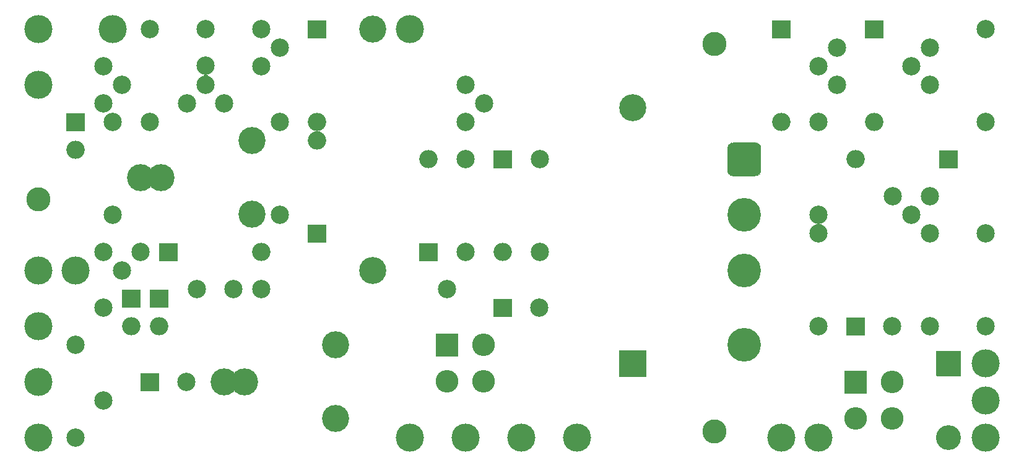
<source format=gbr>
G04 #@! TF.GenerationSoftware,KiCad,Pcbnew,5.1.9-73d0e3b20d~88~ubuntu20.04.1*
G04 #@! TF.CreationDate,2021-04-29T16:24:05+02:00*
G04 #@! TF.ProjectId,HTL Netzger_t,48544c20-4e65-4747-9a67-6572e4742e6b,V2.2*
G04 #@! TF.SameCoordinates,PX5f5e100PY5f5e100*
G04 #@! TF.FileFunction,Soldermask,Bot*
G04 #@! TF.FilePolarity,Negative*
%FSLAX46Y46*%
G04 Gerber Fmt 4.6, Leading zero omitted, Abs format (unit mm)*
G04 Created by KiCad (PCBNEW 5.1.9-73d0e3b20d~88~ubuntu20.04.1) date 2021-04-29 16:24:05*
%MOMM*%
%LPD*%
G01*
G04 APERTURE LIST*
%ADD10C,3.852000*%
%ADD11O,2.502000X2.502000*%
%ADD12C,2.502000*%
%ADD13C,3.702000*%
%ADD14O,3.702000X3.702000*%
%ADD15C,4.602000*%
%ADD16O,3.102000X3.102000*%
%ADD17O,3.402000X3.402000*%
%ADD18C,3.302000*%
%ADD19C,0.200000*%
G04 APERTURE END LIST*
D10*
X10160000Y27940000D03*
X15240000Y60960000D03*
X55880000Y60960000D03*
X5078900Y5078600D03*
X5078900Y12698600D03*
X5078900Y20318600D03*
X5078900Y27938600D03*
X134618900Y5078600D03*
X134618900Y10158600D03*
X134618900Y15238600D03*
X5078900Y60958600D03*
X5080000Y53340000D03*
X55878900Y5078600D03*
X63498900Y5078600D03*
X71118900Y5078600D03*
X78738900Y5078600D03*
X106678900Y5078600D03*
X111758900Y5078600D03*
D11*
X17780000Y20320000D03*
G36*
G01*
X16580000Y25381000D02*
X18980000Y25381000D01*
G75*
G02*
X19031000Y25330000I0J-51000D01*
G01*
X19031000Y22930000D01*
G75*
G02*
X18980000Y22879000I-51000J0D01*
G01*
X16580000Y22879000D01*
G75*
G02*
X16529000Y22930000I0J51000D01*
G01*
X16529000Y25330000D01*
G75*
G02*
X16580000Y25381000I51000J0D01*
G01*
G37*
X10158900Y44450000D03*
G36*
G01*
X8958900Y49511000D02*
X11358900Y49511000D01*
G75*
G02*
X11409900Y49460000I0J-51000D01*
G01*
X11409900Y47060000D01*
G75*
G02*
X11358900Y47009000I-51000J0D01*
G01*
X8958900Y47009000D01*
G75*
G02*
X8907900Y47060000I0J51000D01*
G01*
X8907900Y49460000D01*
G75*
G02*
X8958900Y49511000I51000J0D01*
G01*
G37*
X21590000Y20320000D03*
G36*
G01*
X20390000Y25381000D02*
X22790000Y25381000D01*
G75*
G02*
X22841000Y25330000I0J-51000D01*
G01*
X22841000Y22930000D01*
G75*
G02*
X22790000Y22879000I-51000J0D01*
G01*
X20390000Y22879000D01*
G75*
G02*
X20339000Y22930000I0J51000D01*
G01*
X20339000Y25330000D01*
G75*
G02*
X20390000Y25381000I51000J0D01*
G01*
G37*
G36*
G01*
X105480000Y62211000D02*
X107880000Y62211000D01*
G75*
G02*
X107931000Y62160000I0J-51000D01*
G01*
X107931000Y59760000D01*
G75*
G02*
X107880000Y59709000I-51000J0D01*
G01*
X105480000Y59709000D01*
G75*
G02*
X105429000Y59760000I0J51000D01*
G01*
X105429000Y62160000D01*
G75*
G02*
X105480000Y62211000I51000J0D01*
G01*
G37*
X106680000Y48260000D03*
G36*
G01*
X130791000Y44380000D02*
X130791000Y41980000D01*
G75*
G02*
X130740000Y41929000I-51000J0D01*
G01*
X128340000Y41929000D01*
G75*
G02*
X128289000Y41980000I0J51000D01*
G01*
X128289000Y44380000D01*
G75*
G02*
X128340000Y44431000I51000J0D01*
G01*
X130740000Y44431000D01*
G75*
G02*
X130791000Y44380000I0J-51000D01*
G01*
G37*
X116840000Y43180000D03*
G36*
G01*
X118180000Y62211000D02*
X120580000Y62211000D01*
G75*
G02*
X120631000Y62160000I0J-51000D01*
G01*
X120631000Y59760000D01*
G75*
G02*
X120580000Y59709000I-51000J0D01*
G01*
X118180000Y59709000D01*
G75*
G02*
X118129000Y59760000I0J51000D01*
G01*
X118129000Y62160000D01*
G75*
G02*
X118180000Y62211000I51000J0D01*
G01*
G37*
X119380000Y48260000D03*
G36*
G01*
X21609000Y29280000D02*
X21609000Y31680000D01*
G75*
G02*
X21660000Y31731000I51000J0D01*
G01*
X24060000Y31731000D01*
G75*
G02*
X24111000Y31680000I0J-51000D01*
G01*
X24111000Y29280000D01*
G75*
G02*
X24060000Y29229000I-51000J0D01*
G01*
X21660000Y29229000D01*
G75*
G02*
X21609000Y29280000I0J51000D01*
G01*
G37*
X35560000Y30480000D03*
G36*
G01*
X44378900Y31767600D02*
X41978900Y31767600D01*
G75*
G02*
X41927900Y31818600I0J51000D01*
G01*
X41927900Y34218600D01*
G75*
G02*
X41978900Y34269600I51000J0D01*
G01*
X44378900Y34269600D01*
G75*
G02*
X44429900Y34218600I0J-51000D01*
G01*
X44429900Y31818600D01*
G75*
G02*
X44378900Y31767600I-51000J0D01*
G01*
G37*
X43178900Y45718600D03*
G36*
G01*
X41978900Y62209600D02*
X44378900Y62209600D01*
G75*
G02*
X44429900Y62158600I0J-51000D01*
G01*
X44429900Y59758600D01*
G75*
G02*
X44378900Y59707600I-51000J0D01*
G01*
X41978900Y59707600D01*
G75*
G02*
X41927900Y59758600I0J51000D01*
G01*
X41927900Y62158600D01*
G75*
G02*
X41978900Y62209600I51000J0D01*
G01*
G37*
X43178900Y48258600D03*
G36*
G01*
X67378900Y44429600D02*
X69778900Y44429600D01*
G75*
G02*
X69829900Y44378600I0J-51000D01*
G01*
X69829900Y41978600D01*
G75*
G02*
X69778900Y41927600I-51000J0D01*
G01*
X67378900Y41927600D01*
G75*
G02*
X67327900Y41978600I0J51000D01*
G01*
X67327900Y44378600D01*
G75*
G02*
X67378900Y44429600I51000J0D01*
G01*
G37*
X68578900Y30478600D03*
G36*
G01*
X59618900Y29227600D02*
X57218900Y29227600D01*
G75*
G02*
X57167900Y29278600I0J51000D01*
G01*
X57167900Y31678600D01*
G75*
G02*
X57218900Y31729600I51000J0D01*
G01*
X59618900Y31729600D01*
G75*
G02*
X59669900Y31678600I0J-51000D01*
G01*
X59669900Y29278600D01*
G75*
G02*
X59618900Y29227600I-51000J0D01*
G01*
G37*
X58418900Y43178600D03*
G36*
G01*
X115587900Y19118600D02*
X115587900Y21518600D01*
G75*
G02*
X115638900Y21569600I51000J0D01*
G01*
X118038900Y21569600D01*
G75*
G02*
X118089900Y21518600I0J-51000D01*
G01*
X118089900Y19118600D01*
G75*
G02*
X118038900Y19067600I-51000J0D01*
G01*
X115638900Y19067600D01*
G75*
G02*
X115587900Y19118600I0J51000D01*
G01*
G37*
D12*
X121838900Y20318600D03*
G36*
G01*
X67327900Y21658600D02*
X67327900Y24058600D01*
G75*
G02*
X67378900Y24109600I51000J0D01*
G01*
X69778900Y24109600D01*
G75*
G02*
X69829900Y24058600I0J-51000D01*
G01*
X69829900Y21658600D01*
G75*
G02*
X69778900Y21607600I-51000J0D01*
G01*
X67378900Y21607600D01*
G75*
G02*
X67327900Y21658600I0J51000D01*
G01*
G37*
X73578900Y22858600D03*
D13*
X19050000Y40640000D03*
X34290000Y35720000D03*
X21790000Y40640000D03*
X34290000Y45720000D03*
X30478900Y12700000D03*
X45718900Y7780000D03*
X33218900Y12700000D03*
X45718900Y17780000D03*
G36*
G01*
X88158900Y13387600D02*
X84558900Y13387600D01*
G75*
G02*
X84507900Y13438600I0J51000D01*
G01*
X84507900Y17038600D01*
G75*
G02*
X84558900Y17089600I51000J0D01*
G01*
X88158900Y17089600D01*
G75*
G02*
X88209900Y17038600I0J-51000D01*
G01*
X88209900Y13438600D01*
G75*
G02*
X88158900Y13387600I-51000J0D01*
G01*
G37*
D14*
X86358900Y50238600D03*
G36*
G01*
X100121658Y45479600D02*
X103076142Y45479600D01*
G75*
G02*
X103899900Y44655842I0J-823758D01*
G01*
X103899900Y41701358D01*
G75*
G02*
X103076142Y40877600I-823758J0D01*
G01*
X100121658Y40877600D01*
G75*
G02*
X99297900Y41701358I0J823758D01*
G01*
X99297900Y44655842D01*
G75*
G02*
X100121658Y45479600I823758J0D01*
G01*
G37*
D15*
X101598900Y35558600D03*
X101598900Y27938600D03*
X101598900Y17778600D03*
G36*
G01*
X115289000Y11200000D02*
X115289000Y14200000D01*
G75*
G02*
X115340000Y14251000I51000J0D01*
G01*
X118340000Y14251000D01*
G75*
G02*
X118391000Y14200000I0J-51000D01*
G01*
X118391000Y11200000D01*
G75*
G02*
X118340000Y11149000I-51000J0D01*
G01*
X115340000Y11149000D01*
G75*
G02*
X115289000Y11200000I0J51000D01*
G01*
G37*
D16*
X121840000Y7700000D03*
X116840000Y7700000D03*
X121840000Y12700000D03*
G36*
G01*
X59407900Y16280000D02*
X59407900Y19280000D01*
G75*
G02*
X59458900Y19331000I51000J0D01*
G01*
X62458900Y19331000D01*
G75*
G02*
X62509900Y19280000I0J-51000D01*
G01*
X62509900Y16280000D01*
G75*
G02*
X62458900Y16229000I-51000J0D01*
G01*
X59458900Y16229000D01*
G75*
G02*
X59407900Y16280000I0J51000D01*
G01*
G37*
X65958900Y12780000D03*
X60958900Y12780000D03*
X65958900Y17780000D03*
D12*
X16510000Y53340000D03*
X13970000Y50800000D03*
X13970000Y55880000D03*
X134618900Y33018600D03*
X134618900Y20318600D03*
X134620000Y48260000D03*
X134620000Y60960000D03*
X127000000Y33018600D03*
X127000000Y20318600D03*
X111760000Y35560000D03*
X111760000Y48260000D03*
X111760000Y33020000D03*
X111760000Y20320000D03*
X73658900Y30478600D03*
X73658900Y43178600D03*
X63498900Y43178600D03*
X63498900Y30478600D03*
X38098900Y48258600D03*
X38098900Y35558600D03*
X20318900Y60958600D03*
X20318900Y48258600D03*
X15238900Y48258600D03*
X15238900Y35558600D03*
X13968900Y22858600D03*
X13968900Y10158600D03*
X10158900Y17778600D03*
X10158900Y5078600D03*
X60960000Y25400000D03*
X35560000Y25400000D03*
D14*
X50798900Y27940000D03*
D13*
X50798900Y60960000D03*
D17*
X129540000Y5080000D03*
G36*
G01*
X127890000Y16941000D02*
X131190000Y16941000D01*
G75*
G02*
X131241000Y16890000I0J-51000D01*
G01*
X131241000Y13590000D01*
G75*
G02*
X131190000Y13539000I-51000J0D01*
G01*
X127890000Y13539000D01*
G75*
G02*
X127839000Y13590000I0J51000D01*
G01*
X127839000Y16890000D01*
G75*
G02*
X127890000Y16941000I51000J0D01*
G01*
G37*
D12*
X27938900Y60958600D03*
X27938900Y55958600D03*
X26750000Y25400000D03*
X31750000Y25400000D03*
X27938900Y53338600D03*
X30478900Y50798600D03*
X25398900Y50798600D03*
X124460000Y35560000D03*
X121920000Y38100000D03*
X127000000Y38100000D03*
X124458900Y55878600D03*
X126998900Y58418600D03*
X126998900Y53338600D03*
X111760000Y55880000D03*
X114300000Y58420000D03*
X114300000Y53340000D03*
X66038900Y50798600D03*
X63498900Y48258600D03*
X63498900Y53338600D03*
X38098900Y58418600D03*
X35558900Y55878600D03*
X35558900Y60958600D03*
X16510000Y27938600D03*
X13970000Y30478600D03*
X19050000Y30478600D03*
X25320000Y12700000D03*
G36*
G01*
X19069000Y11500000D02*
X19069000Y13900000D01*
G75*
G02*
X19120000Y13951000I51000J0D01*
G01*
X21520000Y13951000D01*
G75*
G02*
X21571000Y13900000I0J-51000D01*
G01*
X21571000Y11500000D01*
G75*
G02*
X21520000Y11449000I-51000J0D01*
G01*
X19120000Y11449000D01*
G75*
G02*
X19069000Y11500000I0J51000D01*
G01*
G37*
D18*
X97560000Y6000000D03*
X97560000Y59000000D03*
X5080000Y37720000D03*
D19*
G36*
X112220259Y34404176D02*
G01*
X112221024Y34402328D01*
X112219984Y34400825D01*
X112203963Y34392262D01*
X112185326Y34376967D01*
X112170031Y34358330D01*
X112158666Y34337066D01*
X112151666Y34313991D01*
X112149303Y34290000D01*
X112151666Y34266009D01*
X112158666Y34242934D01*
X112170031Y34221670D01*
X112185326Y34203033D01*
X112203963Y34187738D01*
X112219984Y34179175D01*
X112221040Y34177476D01*
X112220097Y34175713D01*
X112218276Y34175563D01*
X112122564Y34215208D01*
X111882420Y34262976D01*
X111637580Y34262976D01*
X111397436Y34215208D01*
X111301724Y34175563D01*
X111299741Y34175824D01*
X111298976Y34177672D01*
X111300016Y34179175D01*
X111316037Y34187738D01*
X111334674Y34203033D01*
X111349969Y34221670D01*
X111361334Y34242934D01*
X111368334Y34266009D01*
X111370697Y34290000D01*
X111368334Y34313991D01*
X111361334Y34337066D01*
X111349969Y34358330D01*
X111334674Y34376967D01*
X111316037Y34392262D01*
X111300016Y34400825D01*
X111298960Y34402524D01*
X111299903Y34404287D01*
X111301724Y34404437D01*
X111397436Y34364792D01*
X111637580Y34317024D01*
X111882420Y34317024D01*
X112122564Y34364792D01*
X112218276Y34404437D01*
X112220259Y34404176D01*
G37*
G36*
X103901065Y41702984D02*
G01*
X103901900Y41701358D01*
X103901900Y41627248D01*
X103901890Y41627052D01*
X103887011Y41475981D01*
X103886935Y41475596D01*
X103844658Y41336228D01*
X103844508Y41335866D01*
X103775858Y41207431D01*
X103775640Y41207105D01*
X103683250Y41094527D01*
X103682973Y41094250D01*
X103570395Y41001860D01*
X103570069Y41001642D01*
X103441634Y40932992D01*
X103441272Y40932842D01*
X103301904Y40890565D01*
X103301519Y40890489D01*
X103150448Y40875610D01*
X103150252Y40875600D01*
X103076142Y40875600D01*
X103074410Y40876600D01*
X103074410Y40878600D01*
X103075946Y40879590D01*
X103236454Y40895398D01*
X103390612Y40942162D01*
X103532681Y41018099D01*
X103657206Y41120294D01*
X103759401Y41244819D01*
X103835338Y41386888D01*
X103882102Y41541046D01*
X103897910Y41701554D01*
X103899075Y41703180D01*
X103901065Y41702984D01*
G37*
G36*
X99299890Y41701554D02*
G01*
X99315698Y41541046D01*
X99362462Y41386888D01*
X99438399Y41244819D01*
X99540594Y41120294D01*
X99665119Y41018099D01*
X99807188Y40942162D01*
X99961346Y40895398D01*
X100121854Y40879590D01*
X100123480Y40878425D01*
X100123284Y40876435D01*
X100121658Y40875600D01*
X100047548Y40875600D01*
X100047352Y40875610D01*
X99896281Y40890489D01*
X99895896Y40890565D01*
X99756528Y40932842D01*
X99756166Y40932992D01*
X99627731Y41001642D01*
X99627405Y41001860D01*
X99514827Y41094250D01*
X99514550Y41094527D01*
X99422160Y41207105D01*
X99421942Y41207431D01*
X99353292Y41335866D01*
X99353142Y41336228D01*
X99310865Y41475596D01*
X99310789Y41475981D01*
X99295910Y41627052D01*
X99295900Y41627248D01*
X99295900Y41701358D01*
X99296900Y41703090D01*
X99298900Y41703090D01*
X99299890Y41701554D01*
G37*
G36*
X100123390Y45480600D02*
G01*
X100123390Y45478600D01*
X100121854Y45477610D01*
X99961346Y45461802D01*
X99807188Y45415038D01*
X99665119Y45339101D01*
X99540594Y45236906D01*
X99438399Y45112381D01*
X99362462Y44970312D01*
X99315698Y44816154D01*
X99299890Y44655646D01*
X99298725Y44654020D01*
X99296735Y44654216D01*
X99295900Y44655842D01*
X99295900Y44729952D01*
X99295910Y44730148D01*
X99310789Y44881219D01*
X99310865Y44881604D01*
X99353142Y45020972D01*
X99353292Y45021334D01*
X99421942Y45149769D01*
X99422160Y45150095D01*
X99514550Y45262673D01*
X99514827Y45262950D01*
X99627405Y45355340D01*
X99627731Y45355558D01*
X99756166Y45424208D01*
X99756528Y45424358D01*
X99895896Y45466635D01*
X99896281Y45466711D01*
X100047352Y45481590D01*
X100047548Y45481600D01*
X100121658Y45481600D01*
X100123390Y45480600D01*
G37*
G36*
X103150448Y45481590D02*
G01*
X103301519Y45466711D01*
X103301904Y45466635D01*
X103441272Y45424358D01*
X103441634Y45424208D01*
X103570069Y45355558D01*
X103570395Y45355340D01*
X103682973Y45262950D01*
X103683250Y45262673D01*
X103775640Y45150095D01*
X103775858Y45149769D01*
X103844508Y45021334D01*
X103844658Y45020972D01*
X103886935Y44881604D01*
X103887011Y44881219D01*
X103901890Y44730148D01*
X103901900Y44729952D01*
X103901900Y44655842D01*
X103900900Y44654110D01*
X103898900Y44654110D01*
X103897910Y44655646D01*
X103882102Y44816154D01*
X103835338Y44970312D01*
X103759401Y45112381D01*
X103657206Y45236906D01*
X103532681Y45339101D01*
X103390612Y45415038D01*
X103236454Y45461802D01*
X103075946Y45477610D01*
X103074320Y45478775D01*
X103074516Y45480765D01*
X103076142Y45481600D01*
X103150252Y45481600D01*
X103150448Y45481590D01*
G37*
G36*
X43639159Y47102776D02*
G01*
X43639924Y47100928D01*
X43638884Y47099425D01*
X43622863Y47090862D01*
X43604226Y47075567D01*
X43588931Y47056930D01*
X43577566Y47035666D01*
X43570566Y47012591D01*
X43568203Y46988600D01*
X43570566Y46964609D01*
X43577566Y46941534D01*
X43588931Y46920270D01*
X43604226Y46901633D01*
X43622863Y46886338D01*
X43638884Y46877775D01*
X43639940Y46876076D01*
X43638997Y46874313D01*
X43637176Y46874163D01*
X43541464Y46913808D01*
X43301320Y46961576D01*
X43056480Y46961576D01*
X42816336Y46913808D01*
X42720624Y46874163D01*
X42718641Y46874424D01*
X42717876Y46876272D01*
X42718916Y46877775D01*
X42734937Y46886338D01*
X42753574Y46901633D01*
X42768869Y46920270D01*
X42780234Y46941534D01*
X42787234Y46964609D01*
X42789597Y46988600D01*
X42787234Y47012591D01*
X42780234Y47035666D01*
X42768869Y47056930D01*
X42753574Y47075567D01*
X42734937Y47090862D01*
X42718916Y47099425D01*
X42717860Y47101124D01*
X42718803Y47102887D01*
X42720624Y47103037D01*
X42816336Y47063392D01*
X43056480Y47015624D01*
X43301320Y47015624D01*
X43541464Y47063392D01*
X43637176Y47103037D01*
X43639159Y47102776D01*
G37*
G36*
X28303311Y54762739D02*
G01*
X28303701Y54760777D01*
X28302750Y54759656D01*
X28286295Y54750862D01*
X28267658Y54735567D01*
X28252363Y54716930D01*
X28240998Y54695666D01*
X28233998Y54672591D01*
X28231635Y54648600D01*
X28233998Y54624609D01*
X28240998Y54601534D01*
X28252363Y54580270D01*
X28267658Y54561633D01*
X28286295Y54546338D01*
X28302750Y54537544D01*
X28303806Y54535846D01*
X28302863Y54534082D01*
X28301417Y54533818D01*
X28061320Y54581576D01*
X27816480Y54581576D01*
X27576383Y54533818D01*
X27574489Y54534461D01*
X27574099Y54536423D01*
X27575050Y54537544D01*
X27591505Y54546338D01*
X27610142Y54561633D01*
X27625437Y54580270D01*
X27636802Y54601534D01*
X27643802Y54624609D01*
X27646165Y54648600D01*
X27643802Y54672591D01*
X27636802Y54695666D01*
X27625437Y54716930D01*
X27610142Y54735567D01*
X27591505Y54750862D01*
X27575050Y54759656D01*
X27573994Y54761354D01*
X27574937Y54763118D01*
X27576383Y54763382D01*
X27816480Y54715624D01*
X28061320Y54715624D01*
X28301417Y54763382D01*
X28303311Y54762739D01*
G37*
M02*

</source>
